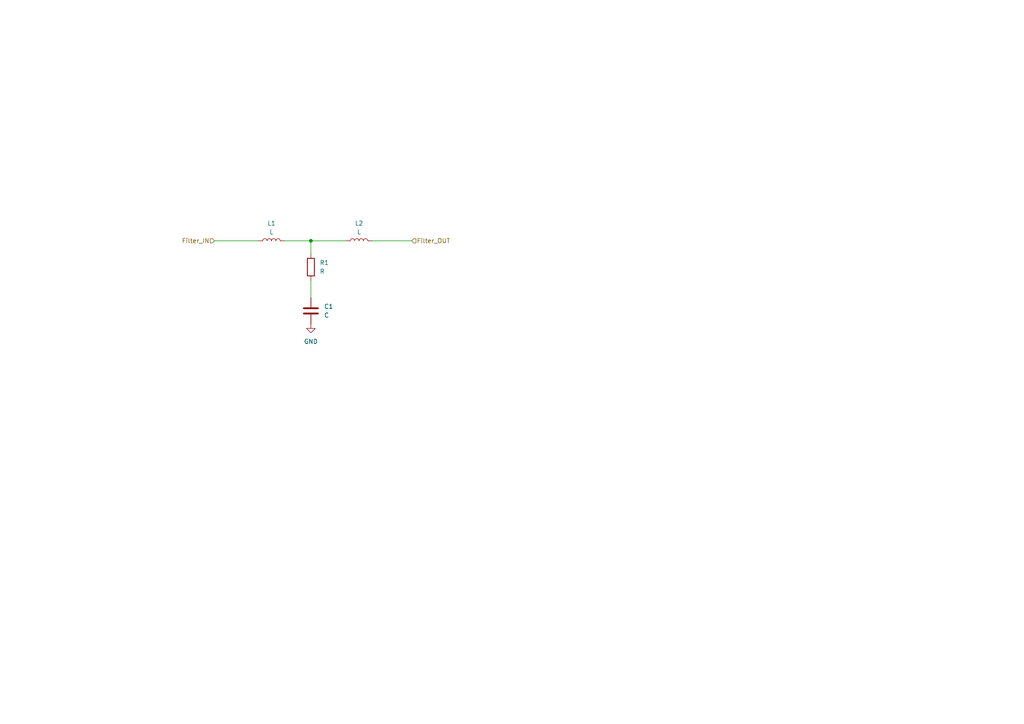
<source format=kicad_sch>
(kicad_sch (version 20231120) (generator "eeschema") (generator_version "8.0")
  (paper "A4")
  (lib_symbols
    (symbol "Device:C" (pin_numbers hide) (pin_names (offset 0.254))
      (property "Reference" "C" (at 0.635 2.54 0))
      (property "Value" "C" (at 0.635 -2.54 0))
      (symbol "C_0_1"
        (polyline (pts (xy -2.032 -0.762) (xy 2.032 -0.762)) (stroke (width 0.508)))
        (polyline (pts (xy -2.032 0.762) (xy 2.032 0.762)) (stroke (width 0.508)))
      )
      (symbol "C_1_1"
        (pin passive line (at 0 3.81 270) (length 2.794) (name "~") (number "1"))
        (pin passive line (at 0 -3.81 90) (length 2.794) (name "~") (number "2"))
      )
    )
    (symbol "Device:L" (pin_numbers hide) (pin_names (offset 1.016) hide)
      (property "Reference" "L" (at -1.27 0 90))
      (property "Value" "L" (at 1.905 0 90))
      (symbol "L_0_1"
        (arc (start 0 -2.54) (mid 0.6323 -1.905) (end 0 -1.27))
        (arc (start 0 -1.27) (mid 0.6323 -0.635) (end 0 0))
        (arc (start 0 0) (mid 0.6323 0.635) (end 0 1.27))
        (arc (start 0 1.27) (mid 0.6323 1.905) (end 0 2.54))
      )
      (symbol "L_1_1"
        (pin passive line (at 0 3.81 270) (length 1.27) (name "1") (number "1"))
        (pin passive line (at 0 -3.81 90) (length 1.27) (name "2") (number "2"))
      )
    )
    (symbol "Device:R" (pin_numbers hide) (pin_names (offset 0))
      (property "Reference" "R" (at 2.032 0 90))
      (property "Value" "R" (at 0 0 90))
      (symbol "R_0_1"
        (rectangle (start -1.016 -2.54) (end 1.016 2.54) (stroke (width 0.254)))
      )
      (symbol "R_1_1"
        (pin passive line (at 0 3.81 270) (length 1.27) (name "~") (number "1"))
        (pin passive line (at 0 -3.81 90) (length 1.27) (name "~") (number "2"))
      )
    )
    (symbol "power:GND" (power) (pin_numbers hide) (pin_names (offset 0) hide)
      (property "Value" "GND" (at 0 -3.81 0))
      (symbol "GND_0_1"
        (polyline (pts (xy 0 0) (xy 0 -1.27) (xy 1.27 -1.27) (xy 0 -2.54) (xy -1.27 -1.27) (xy 0 -1.27)))
      )
      (symbol "GND_1_1"
        (pin power_in line (at 0 0 270) (length 0) (name "~") (number "1"))
      )
    )
  )
  (junction (at 90.17 69.85))
  (wire (pts (xy 107.95 69.85) (xy 119.38 69.85)))
  (wire (pts (xy 62.23 69.85) (xy 74.93 69.85)))
  (wire (pts (xy 90.17 69.85) (xy 90.17 73.66)))
  (wire (pts (xy 90.17 81.28) (xy 90.17 86.36)))
  (wire (pts (xy 90.17 69.85) (xy 100.33 69.85)))
  (wire (pts (xy 82.55 69.85) (xy 90.17 69.85)))
  (hierarchical_label "Filter_IN" (shape input) (at 62.23 69.85 180))
  (hierarchical_label "Filter_OUT" (shape input) (at 119.38 69.85 0))
  (symbol (lib_id "power:GND") (at 90.17 93.98 0) (unit 1)
    (property "Reference" "#PWR01" (effects (hide yes)))
    (property "Value" "GND" (at 90.17 99.06 0))
    (property "Description" "Power symbol creates a global label with name \"GND\" , ground" (effects (hide yes)))
  )
  (symbol (lib_id "Device:L") (at 78.74 69.85 90) (unit 1)
    (property "Reference" "L1" (at 78.74 64.77 90))
    (property "Value" "L" (at 78.74 67.31 90))
    (property "Description" "Inductor" (effects (hide yes)))
  )
  (symbol (lib_id "Device:L") (at 104.14 69.85 90) (unit 1)
    (property "Reference" "L2" (at 104.14 64.77 90))
    (property "Value" "L" (at 104.14 67.31 90))
    (property "Description" "Inductor" (effects (hide yes)))
  )
  (symbol (lib_id "Device:C") (at 90.17 90.17 0) (unit 1)
    (property "Reference" "C1" (at 93.98 88.8999 0) (effects (justify left)))
    (property "Value" "C" (at 93.98 91.4399 0) (effects (justify left)))
    (property "Description" "Unpolarized capacitor" (effects (hide yes)))
  )
  (symbol (lib_id "Device:R") (at 90.17 77.47 180) (unit 1)
    (property "Reference" "R1" (at 92.71 76.1999 0) (effects (justify right)))
    (property "Value" "R" (at 92.71 78.7399 0) (effects (justify right)))
    (property "Description" "Resistor" (effects (hide yes)))
  )
)
</source>
